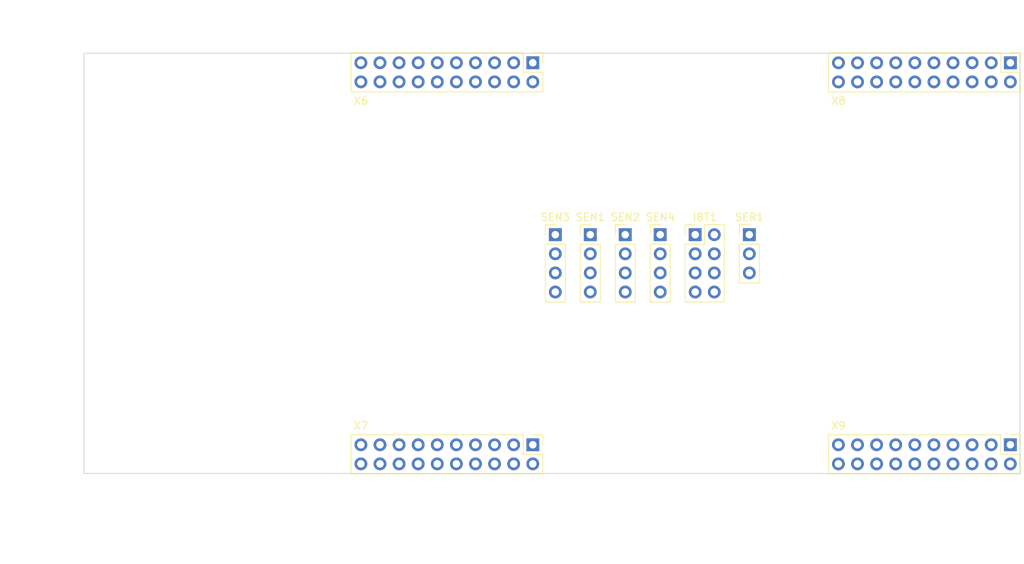
<source format=kicad_pcb>
(kicad_pcb (version 20211014) (generator pcbnew)
  (layers (0 "F.Cu" signal) (31 "B.Cu" signal) (34 "B.Paste" user) (35 "F.Paste" user) (36 "B.SilkS" user "B.Silkscreen") (37 "F.SilkS" user "F.Silkscreen") (38 "B.Mask" user) (39 "F.Mask" user) (44 "Edge.Cuts" user))
  (net 0 "")
  (net 1 "/3V3")
  (net 2 "/5V")
  (net 3 "/PD2")
  (net 4 "/GND")
  (net 5 "/PP0")
  (net 6 "/PB4")
  (net 7 "/PP1")
  (net 8 "/PB5")
  (net 9 "/See JP4")
  (net 10 "/PK0")
  (net 11 "/See JP5")
  (net 12 "/PK1")
  (net 13 "/PQ0")
  (net 14 "/PK2")
  (net 15 "/PP4")
  (net 16 "/PK3")
  (net 17 "/PN5")
  (net 18 "/PA4")
  (net 19 "/PN4")
  (net 20 "/PA5")
  (net 21 "/PG1")
  (net 22 "/PK4")
  (net 23 "/PM7")
  (net 24 "/PK5")
  (net 25 "/PM5")
  (net 26 "/PM0")
  (net 27 "/PA7")
  (net 28 "/PM1")
  (net 29 "/RESET")
  (net 30 "/PM2")
  (net 31 "/PQ2{slash}PA3")
  (net 32 "/PH0")
  (net 33 "/PQ3{slash}PA2")
  (net 34 "/PH1")
  (net 35 "/PP3")
  (net 36 "/PK6")
  (net 37 "/PQ1")
  (net 38 "/PK7")
  (net 39 "/PM6")
  (net 40 "/PE4")
  (net 41 "/PC4")
  (net 42 "/PE0")
  (net 43 "/PC5")
  (net 44 "/PE1")
  (net 45 "/PC6")
  (net 46 "/PE2")
  (net 47 "/PE5")
  (net 48 "/PE3")
  (net 49 "/PD3")
  (net 50 "/PD7")
  (net 51 "/PC7")
  (net 52 "/PA6")
  (net 53 "/PB2")
  (net 54 "/PM4")
  (net 55 "/PB3")
  (net 56 "/PF1")
  (net 57 "/PF2")
  (net 58 "/PM3")
  (net 59 "/PF3")
  (net 60 "/PH2")
  (net 61 "/PG0")
  (net 62 "/PH3")
  (net 63 "/PL4")
  (net 64 "/RST")
  (net 65 "/PL5")
  (net 66 "/PD1")
  (net 67 "/PL0")
  (net 68 "/PD0")
  (net 69 "/PL1")
  (net 70 "/PN2")
  (net 71 "/PL2")
  (net 72 "/PN3")
  (net 73 "/PL3")
  (net 74 "/PP2")
  (net 75 "/RPWM")
  (net 76 "/LPWM")
  (net 77 "/REN")
  (net 78 "/LEN")
  (net 79 "/RIS")
  (net 80 "/LIS")
  (net 81 "/VCC")
  (net 82 "/TRIG1")
  (net 83 "/ECHO1")
  (net 84 "/TRIG2")
  (net 85 "/ECHO2")
  (net 86 "/TRIG3")
  (net 87 "/ECHO3")
  (net 88 "/TRIG4")
  (net 89 "/ECHO4")
  (footprint "Connector_PinHeader_2.54mm:PinHeader_2x10_P2.54mm_Vertical" (layer "F.Cu") (at 199.39 52.07 -90)
    (fp_text reference "X8" (at 5.08 22.86 180) (layer "F.SilkS"))
    (fp_text value "X8" hide)
    (fp_line (start -1.33 1.27) (end 1.27 1.27) (layer "F.SilkS") (width 0.12))
    (fp_line (start -1.33 24.19) (end 3.87 24.19) (layer "F.SilkS") (width 0.12))
    (fp_line (start -1.33 -1.33) (end 0 -1.33) (layer "F.SilkS") (width 0.12))
    (fp_line (start -1.33 0) (end -1.33 -1.33) (layer "F.SilkS") (width 0.12))
    (fp_line (start 3.87 -1.33) (end 3.87 24.19) (layer "F.SilkS") (width 0.12))
    (fp_line (start 1.27 -1.33) (end 3.87 -1.33) (layer "F.SilkS") (width 0.12))
    (fp_line (start -1.33 1.27) (end -1.33 24.19) (layer "F.SilkS") (width 0.12))
    (fp_line (start 1.27 1.27) (end 1.27 -1.33) (layer "F.SilkS") (width 0.12))
    (pad "1" thru_hole rect (at 0 0 270) (size 1.7 1.7) (drill 1) (layers *.Cu *.Mask) (net 1 "/3V3"))
    (pad "2" thru_hole oval (at 2.54 0 270) (size 1.7 1.7) (drill 1) (layers *.Cu *.Mask) (net 2 "/5V"))
    (pad "3" thru_hole oval (at 0 2.54 270) (size 1.7 1.7) (drill 1) (layers *.Cu *.Mask) (net 40 "/PE4"))
    (pad "4" thru_hole oval (at 2.54 2.54 270) (size 1.7 1.7) (drill 1) (layers *.Cu *.Mask) (net 4 "/GND"))
    (pad "5" thru_hole oval (at 0 5.08 270) (size 1.7 1.7) (drill 1) (layers *.Cu *.Mask) (net 41 "/PC4"))
    (pad "6" thru_hole oval (at 2.54 5.08 270) (size 1.7 1.7) (drill 1) (layers *.Cu *.Mask) (net 42 "/PE0"))
    (pad "7" thru_hole oval (at 0 7.62 270) (size 1.7 1.7) (drill 1) (layers *.Cu *.Mask) (net 43 "/PC5"))
    (pad "8" thru_hole oval (at 2.54 7.62 270) (size 1.7 1.7) (drill 1) (layers *.Cu *.Mask) (net 44 "/PE1"))
    (pad "9" thru_hole oval (at 0 10.16 270) (size 1.7 1.7) (drill 1) (layers *.Cu *.Mask) (net 45 "/PC6"))
    (pad "10" thru_hole oval (at 2.54 10.16 270) (size 1.7 1.7) (drill 1) (layers *.Cu *.Mask) (net 46 "/PE2"))
    (pad "11" thru_hole oval (at 0 12.7 270) (size 1.7 1.7) (drill 1) (layers *.Cu *.Mask) (net 47 "/PE5"))
    (pad "12" thru_hole oval (at 2.54 12.7 270) (size 1.7 1.7) (drill 1) (layers *.Cu *.Mask) (net 48 "/PE3"))
    (pad "13" thru_hole oval (at 0 15.24 270) (size 1.7 1.7) (drill 1) (layers *.Cu *.Mask) (net 49 "/PD3"))
    (pad "14" thru_hole oval (at 2.54 15.24 270) (size 1.7 1.7) (drill 1) (layers *.Cu *.Mask) (net 50 "/PD7"))
    (pad "15" thru_hole oval (at 0 17.78 270) (size 1.7 1.7) (drill 1) (layers *.Cu *.Mask) (net 51 "/PC7"))
    (pad "16" thru_hole oval (at 2.54 17.78 270) (size 1.7 1.7) (drill 1) (layers *.Cu *.Mask) (net 52 "/PA6"))
    (pad "17" thru_hole oval (at 0 20.32 270) (size 1.7 1.7) (drill 1) (layers *.Cu *.Mask) (net 53 "/PB2"))
    (pad "18" thru_hole oval (at 2.54 20.32 270) (size 1.7 1.7) (drill 1) (layers *.Cu *.Mask) (net 54 "/PM4"))
    (pad "19" thru_hole oval (at 0 22.86 270) (size 1.7 1.7) (drill 1) (layers *.Cu *.Mask) (net 55 "/PB3"))
    (pad "20" thru_hole oval (at 2.54 22.86 270) (size 1.7 1.7) (drill 1) (layers *.Cu *.Mask) (net 25 "/PM5"))
  )
  (footprint "Connector_PinHeader_2.54mm:PinHeader_1x04_P2.54mm_Vertical" (layer "F.Cu") (at 138.88 74.93)
    (fp_text reference "SEN3" (at 0 -2.33) (layer "F.SilkS"))
    (fp_text value "Conn_01x04")
    (fp_line (start -1.33 1.27) (end 1.33 1.27) (layer "F.SilkS") (width 0.12))
    (fp_line (start 1.33 1.27) (end 1.33 8.95) (layer "F.SilkS") (width 0.12))
    (fp_line (start -1.33 8.95) (end 1.33 8.95) (layer "F.SilkS") (width 0.12))
    (fp_line (start -1.33 0) (end -1.33 -1.33) (layer "F.SilkS") (width 0.12))
    (fp_line (start -1.33 1.27) (end -1.33 8.95) (layer "F.SilkS") (width 0.12))
    (fp_line (start -1.33 -1.33) (end 0 -1.33) (layer "F.SilkS") (width 0.12))
    (pad "1" thru_hole rect (at 0 0) (size 1.7 1.7) (drill 1) (layers *.Cu *.Mask) (net 81 "/VCC"))
    (pad "2" thru_hole oval (at 0 2.54) (size 1.7 1.7) (drill 1) (layers *.Cu *.Mask) (net 86 "/TRIG3"))
    (pad "3" thru_hole oval (at 0 5.08) (size 1.7 1.7) (drill 1) (layers *.Cu *.Mask) (net 87 "/ECHO3"))
    (pad "4" thru_hole oval (at 0 7.62) (size 1.7 1.7) (drill 1) (layers *.Cu *.Mask) (net 4 "/GND"))
  )
  (footprint "Connector_PinHeader_2.54mm:PinHeader_2x04_P2.54mm_Vertical" (layer "F.Cu") (at 157.48 74.93)
    (fp_text reference "IBT1" (at 1.27 -2.33) (layer "F.SilkS"))
    (fp_text value "Conn_02x04_Odd_Even")
    (fp_line (start -1.33 -1.33) (end 0 -1.33) (layer "F.SilkS") (width 0.12))
    (fp_line (start -1.33 8.95) (end 3.87 8.95) (layer "F.SilkS") (width 0.12))
    (fp_line (start -1.33 0) (end -1.33 -1.33) (layer "F.SilkS") (width 0.12))
    (fp_line (start -1.33 1.27) (end -1.33 8.95) (layer "F.SilkS") (width 0.12))
    (fp_line (start 1.27 1.27) (end 1.27 -1.33) (layer "F.SilkS") (width 0.12))
    (fp_line (start 3.87 -1.33) (end 3.87 8.95) (layer "F.SilkS") (width 0.12))
    (fp_line (start -1.33 1.27) (end 1.27 1.27) (layer "F.SilkS") (width 0.12))
    (fp_line (start 1.27 -1.33) (end 3.87 -1.33) (layer "F.SilkS") (width 0.12))
    (pad "1" thru_hole rect (at 0 0) (size 1.7 1.7) (drill 1) (layers *.Cu *.Mask) (net 75 "/RPWM"))
    (pad "2" thru_hole oval (at 2.54 0) (size 1.7 1.7) (drill 1) (layers *.Cu *.Mask) (net 76 "/LPWM"))
    (pad "3" thru_hole oval (at 0 2.54) (size 1.7 1.7) (drill 1) (layers *.Cu *.Mask) (net 77 "/REN"))
    (pad "4" thru_hole oval (at 2.54 2.54) (size 1.7 1.7) (drill 1) (layers *.Cu *.Mask) (net 78 "/LEN"))
    (pad "5" thru_hole oval (at 0 5.08) (size 1.7 1.7) (drill 1) (layers *.Cu *.Mask) (net 79 "/RIS"))
    (pad "6" thru_hole oval (at 2.54 5.08) (size 1.7 1.7) (drill 1) (layers *.Cu *.Mask) (net 80 "/LIS"))
    (pad "7" thru_hole oval (at 0 7.62) (size 1.7 1.7) (drill 1) (layers *.Cu *.Mask) (net 81 "/VCC"))
    (pad "8" thru_hole oval (at 2.54 7.62) (size 1.7 1.7) (drill 1) (layers *.Cu *.Mask) (net 4 "/GND"))
  )
  (footprint "Connector_PinHeader_2.54mm:PinHeader_1x04_P2.54mm_Vertical" (layer "F.Cu") (at 152.83 74.93)
    (fp_text reference "SEN4" (at 0 -2.33) (layer "F.SilkS"))
    (fp_text value "Conn_01x04")
    (fp_line (start -1.33 -1.33) (end 0 -1.33) (layer "F.SilkS") (width 0.12))
    (fp_line (start 1.33 1.27) (end 1.33 8.95) (layer "F.SilkS") (width 0.12))
    (fp_line (start -1.33 1.27) (end -1.33 8.95) (layer "F.SilkS") (width 0.12))
    (fp_line (start -1.33 0) (end -1.33 -1.33) (layer "F.SilkS") (width 0.12))
    (fp_line (start -1.33 1.27) (end 1.33 1.27) (layer "F.SilkS") (width 0.12))
    (fp_line (start -1.33 8.95) (end 1.33 8.95) (layer "F.SilkS") (width 0.12))
    (pad "1" thru_hole rect (at 0 0) (size 1.7 1.7) (drill 1) (layers *.Cu *.Mask) (net 81 "/VCC"))
    (pad "2" thru_hole oval (at 0 2.54) (size 1.7 1.7) (drill 1) (layers *.Cu *.Mask) (net 88 "/TRIG4"))
    (pad "3" thru_hole oval (at 0 5.08) (size 1.7 1.7) (drill 1) (layers *.Cu *.Mask) (net 89 "/ECHO4"))
    (pad "4" thru_hole oval (at 0 7.62) (size 1.7 1.7) (drill 1) (layers *.Cu *.Mask) (net 4 "/GND"))
  )
  (footprint "Connector_PinHeader_2.54mm:PinHeader_1x03_P2.54mm_Vertical" (layer "F.Cu") (at 164.68 74.93)
    (fp_text reference "SER1" (at 0 -2.33) (layer "F.SilkS"))
    (fp_text value "Conn_01x03")
    (fp_line (start -1.33 1.27) (end -1.33 6.41) (layer "F.SilkS") (width 0.12))
    (fp_line (start 1.33 1.27) (end 1.33 6.41) (layer "F.SilkS") (width 0.12))
    (fp_line (start -1.33 0) (end -1.33 -1.33) (layer "F.SilkS") (width 0.12))
    (fp_line (start -1.33 6.41) (end 1.33 6.41) (layer "F.SilkS") (width 0.12))
    (fp_line (start -1.33 1.27) (end 1.33 1.27) (layer "F.SilkS") (width 0.12))
    (fp_line (start -1.33 -1.33) (end 0 -1.33) (layer "F.SilkS") (width 0.12))
    (pad "1" thru_hole rect (at 0 0) (size 1.7 1.7) (drill 1) (layers *.Cu *.Mask))
    (pad "2" thru_hole oval (at 0 2.54) (size 1.7 1.7) (drill 1) (layers *.Cu *.Mask))
    (pad "3" thru_hole oval (at 0 5.08) (size 1.7 1.7) (drill 1) (layers *.Cu *.Mask))
  )
  (footprint "Connector_PinHeader_2.54mm:PinHeader_2x10_P2.54mm_Vertical" (layer "F.Cu") (at 135.885 52.065 -90)
    (fp_text reference "X6" (at 5.085 22.855 180) (layer "F.SilkS"))
    (fp_text value "X6" hide)
    (fp_line (start -1.33 -1.33) (end 0 -1.33) (layer "F.SilkS") (width 0.12))
    (fp_line (start -1.33 1.27) (end 1.27 1.27) (layer "F.SilkS") (width 0.12))
    (fp_line (start -1.33 24.19) (end 3.87 24.19) (layer "F.SilkS") (width 0.12))
    (fp_line (start 1.27 1.27) (end 1.27 -1.33) (layer "F.SilkS") (width 0.12))
    (fp_line (start -1.33 0) (end -1.33 -1.33) (layer "F.SilkS") (width 0.12))
    (fp_line (start 1.27 -1.33) (end 3.87 -1.33) (layer "F.SilkS") (width 0.12))
    (fp_line (start 3.87 -1.33) (end 3.87 24.19) (layer "F.SilkS") (width 0.12))
    (fp_line (start -1.33 1.27) (end -1.33 24.19) (layer "F.SilkS") (width 0.12))
    (pad "1" thru_hole rect (at 0 0 270) (size 1.7 1.7) (drill 1) (layers *.Cu *.Mask) (net 1 "/3V3"))
    (pad "2" thru_hole oval (at 2.54 0 270) (size 1.7 1.7) (drill 1) (layers *.Cu *.Mask) (net 2 "/5V"))
    (pad "3" thru_hole oval (at 0 2.54 270) (size 1.7 1.7) (drill 1) (layers *.Cu *.Mask) (net 3 "/PD2"))
    (pad "4" thru_hole oval (at 2.54 2.54 270) (size 1.7 1.7) (drill 1) (layers *.Cu *.Mask) (net 4 "/GND"))
    (pad "5" thru_hole oval (at 0 5.08 270) (size 1.7 1.7) (drill 1) (layers *.Cu *.Mask) (net 5 "/PP0"))
    (pad "6" thru_hole oval (at 2.54 5.08 270) (size 1.7 1.7) (drill 1) (layers *.Cu *.Mask) (net 6 "/PB4"))
    (pad "7" thru_hole oval (at 0 7.62 270) (size 1.7 1.7) (drill 1) (layers *.Cu *.Mask) (net 7 "/PP1"))
    (pad "8" thru_hole oval (at 2.54 7.62 270) (size 1.7 1.7) (drill 1) (layers *.Cu *.Mask) (net 8 "/PB5"))
    (pad "9" thru_hole oval (at 0 10.16 270) (size 1.7 1.7) (drill 1) (layers *.Cu *.Mask) (net 9 "/See JP4"))
    (pad "10" thru_hole oval (at 2.54 10.16 270) (size 1.7 1.7) (drill 1) (layers *.Cu *.Mask) (net 10 "/PK0"))
    (pad "11" thru_hole oval (at 0 12.7 270) (size 1.7 1.7) (drill 1) (layers *.Cu *.Mask) (net 11 "/See JP5"))
    (pad "12" thru_hole oval (at 2.54 12.7 270) (size 1.7 1.7) (drill 1) (layers *.Cu *.Mask) (net 12 "/PK1"))
    (pad "13" thru_hole oval (at 0 15.24 270) (size 1.7 1.7) (drill 1) (layers *.Cu *.Mask) (net 13 "/PQ0"))
    (pad "14" thru_hole oval (at 2.54 15.24 270) (size 1.7 1.7) (drill 1) (layers *.Cu *.Mask) (net 14 "/PK2"))
    (pad "15" thru_hole oval (at 0 17.78 270) (size 1.7 1.7) (drill 1) (layers *.Cu *.Mask) (net 15 "/PP4"))
    (pad "16" thru_hole oval (at 2.54 17.78 270) (size 1.7 1.7) (drill 1) (layers *.Cu *.Mask) (net 16 "/PK3"))
    (pad "17" thru_hole oval (at 0 20.32 270) (size 1.7 1.7) (drill 1) (layers *.Cu *.Mask) (net 17 "/PN5"))
    (pad "18" thru_hole oval (at 2.54 20.32 270) (size 1.7 1.7) (drill 1) (layers *.Cu *.Mask) (net 18 "/PA4"))
    (pad "19" thru_hole oval (at 0 22.86 270) (size 1.7 1.7) (drill 1) (layers *.Cu *.Mask) (net 19 "/PN4"))
    (pad "20" thru_hole oval (at 2.54 22.86 270) (size 1.7 1.7) (drill 1) (layers *.Cu *.Mask) (net 20 "/PA5"))
  )
  (footprint "Connector_PinHeader_2.54mm:PinHeader_1x04_P2.54mm_Vertical" (layer "F.Cu") (at 143.53 74.93)
    (fp_text reference "SEN1" (at 0 -2.33) (layer "F.SilkS"))
    (fp_text value "Conn_01x04")
    (fp_line (start 1.33 1.27) (end 1.33 8.95) (layer "F.SilkS") (width 0.12))
    (fp_line (start -1.33 1.27) (end -1.33 8.95) (layer "F.SilkS") (width 0.12))
    (fp_line (start -1.33 1.27) (end 1.33 1.27) (layer "F.SilkS") (width 0.12))
    (fp_line (start -1.33 0) (end -1.33 -1.33) (layer "F.SilkS") (width 0.12))
    (fp_line (start -1.33 -1.33) (end 0 -1.33) (layer "F.SilkS") (width 0.12))
    (fp_line (start -1.33 8.95) (end 1.33 8.95) (layer "F.SilkS") (width 0.12))
    (pad "1" thru_hole rect (at 0 0) (size 1.7 1.7) (drill 1) (layers *.Cu *.Mask) (net 81 "/VCC"))
    (pad "2" thru_hole oval (at 0 2.54) (size 1.7 1.7) (drill 1) (layers *.Cu *.Mask) (net 82 "/TRIG1"))
    (pad "3" thru_hole oval (at 0 5.08) (size 1.7 1.7) (drill 1) (layers *.Cu *.Mask) (net 83 "/ECHO1"))
    (pad "4" thru_hole oval (at 0 7.62) (size 1.7 1.7) (drill 1) (layers *.Cu *.Mask) (net 4 "/GND"))
  )
  (footprint "Connector_PinHeader_2.54mm:PinHeader_2x10_P2.54mm_Vertical" (layer "F.Cu") (at 199.385 102.865 -90)
    (fp_text reference "X9" (at -2.535 22.855 180) (layer "F.SilkS"))
    (fp_text value "X9" hide)
    (fp_line (start -1.33 0) (end -1.33 -1.33) (layer "F.SilkS") (width 0.12))
    (fp_line (start -1.33 24.19) (end 3.87 24.19) (layer "F.SilkS") (width 0.12))
    (fp_line (start -1.33 1.27) (end -1.33 24.19) (layer "F.SilkS") (width 0.12))
    (fp_line (start 1.27 1.27) (end 1.27 -1.33) (layer "F.SilkS") (width 0.12))
    (fp_line (start 1.27 -1.33) (end 3.87 -1.33) (layer "F.SilkS") (width 0.12))
    (fp_line (start -1.33 1.27) (end 1.27 1.27) (layer "F.SilkS") (width 0.12))
    (fp_line (start 3.87 -1.33) (end 3.87 24.19) (layer "F.SilkS") (width 0.12))
    (fp_line (start -1.33 -1.33) (end 0 -1.33) (layer "F.SilkS") (width 0.12))
    (pad "1" thru_hole rect (at 0 0 270) (size 1.7 1.7) (drill 1) (layers *.Cu *.Mask) (net 56 "/PF1"))
    (pad "2" thru_hole oval (at 2.54 0 270) (size 1.7 1.7) (drill 1) (layers *.Cu *.Mask) (net 4 "/GND"))
    (pad "3" thru_hole oval (at 0 2.54 270) (size 1.7 1.7) (drill 1) (layers *.Cu *.Mask) (net 57 "/PF2"))
    (pad "4" thru_hole oval (at 2.54 2.54 270) (size 1.7 1.7) (drill 1) (layers *.Cu *.Mask) (net 58 "/PM3"))
    (pad "5" thru_hole oval (at 0 5.08 270) (size 1.7 1.7) (drill 1) (layers *.Cu *.Mask) (net 59 "/PF3"))
    (pad "6" thru_hole oval (at 2.54 5.08 270) (size 1.7 1.7) (drill 1) (layers *.Cu *.Mask) (net 60 "/PH2"))
    (pad "7" thru_hole oval (at 0 7.62 270) (size 1.7 1.7) (drill 1) (layers *.Cu *.Mask) (net 61 "/PG0"))
    (pad "8" thru_hole oval (at 2.54 7.62 270) (size 1.7 1.7) (drill 1) (layers *.Cu *.Mask) (net 62 "/PH3"))
    (pad "9" thru_hole oval (at 0 10.16 270) (size 1.7 1.7) (drill 1) (layers *.Cu *.Mask) (net 63 "/PL4"))
    (pad "10" thru_hole oval (at 2.54 10.16 270) (size 1.7 1.7) (drill 1) (layers *.Cu *.Mask) (net 64 "/RST"))
    (pad "11" thru_hole oval (at 0 12.7 270) (size 1.7 1.7) (drill 1) (layers *.Cu *.Mask) (net 65 "/PL5"))
    (pad "12" thru_hole oval (at 2.54 12.7 270) (size 1.7 1.7) (drill 1) (layers *.Cu *.Mask) (net 66 "/PD1"))
    (pad "13" thru_hole oval (at 0 15.24 270) (size 1.7 1.7) (drill 1) (layers *.Cu *.Mask) (net 67 "/PL0"))
    (pad "14" thru_hole oval (at 2.54 15.24 270) (size 1.7 1.7) (drill 1) (layers *.Cu *.Mask) (net 68 "/PD0"))
    (pad "15" thru_hole oval (at 0 17.78 270) (size 1.7 1.7) (drill 1) (layers *.Cu *.Mask) (net 69 "/PL1"))
    (pad "16" thru_hole oval (at 2.54 17.78 270) (size 1.7 1.7) (drill 1) (layers *.Cu *.Mask) (net 70 "/PN2"))
    (pad "17" thru_hole oval (at 0 20.32 270) (size 1.7 1.7) (drill 1) (layers *.Cu *.Mask) (net 71 "/PL2"))
    (pad "18" thru_hole oval (at 2.54 20.32 270) (size 1.7 1.7) (drill 1) (layers *.Cu *.Mask) (net 72 "/PN3"))
    (pad "19" thru_hole oval (at 0 22.86 270) (size 1.7 1.7) (drill 1) (layers *.Cu *.Mask) (net 73 "/PL3"))
    (pad "20" thru_hole oval (at 2.54 22.86 270) (size 1.7 1.7) (drill 1) (layers *.Cu *.Mask) (net 74 "/PP2"))
  )
  (footprint "Connector_PinHeader_2.54mm:PinHeader_2x10_P2.54mm_Vertical" (layer "F.Cu") (at 135.885 102.865 -90)
    (fp_text reference "X7" (at -2.535 22.855 180) (layer "F.SilkS"))
    (fp_text value "X7" hide)
    (fp_line (start -1.33 24.19) (end 3.87 24.19) (layer "F.SilkS") (width 0.12))
    (fp_line (start -1.33 -1.33) (end 0 -1.33) (layer "F.SilkS") (width 0.12))
    (fp_line (start 3.87 -1.33) (end 3.87 24.19) (layer "F.SilkS") (width 0.12))
    (fp_line (start -1.33 1.27) (end -1.33 24.19) (layer "F.SilkS") (width 0.12))
    (fp_line (start 1.27 1.27) (end 1.27 -1.33) (layer "F.SilkS") (width 0.12))
    (fp_line (start 1.27 -1.33) (end 3.87 -1.33) (layer "F.SilkS") (width 0.12))
    (fp_line (start -1.33 0) (end -1.33 -1.33) (layer "F.SilkS") (width 0.12))
    (fp_line (start -1.33 1.27) (end 1.27 1.27) (layer "F.SilkS") (width 0.12))
    (pad "1" thru_hole rect (at 0 0 270) (size 1.7 1.7) (drill 1) (layers *.Cu *.Mask) (net 21 "/PG1"))
    (pad "2" thru_hole oval (at 2.54 0 270) (size 1.7 1.7) (drill 1) (layers *.Cu *.Mask) (net 4 "/GND"))
    (pad "3" thru_hole oval (at 0 2.54 270) (size 1.7 1.7) (drill 1) (layers *.Cu *.Mask) (net 22 "/PK4"))
    (pad "4" thru_hole oval (at 2.54 2.54 270) (size 1.7 1.7) (drill 1) (layers *.Cu *.Mask) (net 23 "/PM7"))
    (pad "5" thru_hole oval (at 0 5.08 270) (size 1.7 1.7) (drill 1) (layers *.Cu *.Mask) (net 24 "/PK5"))
    (pad "6" thru_hole oval (at 2.54 5.08 270) (size 1.7 1.7) (drill 1) (layers *.Cu *.Mask) (net 25 "/PM5"))
    (pad "7" thru_hole oval (at 0 7.62 270) (size 1.7 1.7) (drill 1) (layers *.Cu *.Mask) (net 26 "/PM0"))
    (pad "8" thru_hole oval (at 2.54 7.62 270) (size 1.7 1.7) (drill 1) (layers *.Cu *.Mask) (net 27 "/PA7"))
    (pad "9" thru_hole oval (at 0 10.16 270) (size 1.7 1.7) (drill 1) (layers *.Cu *.Mask) (net 28 "/PM1"))
    (pad "10" thru_hole oval (at 2.54 10.16 270) (size 1.7 1.7) (drill 1) (layers *.Cu *.Mask) (net 29 "/RESET"))
    (pad "11" thru_hole oval (at 0 12.7 270) (size 1.7 1.7) (drill 1) (layers *.Cu *.Mask) (net 30 "/PM2"))
    (pad "12" thru_hole oval (at 2.54 12.7 270) (size 1.7 1.7) (drill 1) (layers *.Cu *.Mask) (net 31 "/PQ2{slash}PA3"))
    (pad "13" thru_hole oval (at 0 15.24 270) (size 1.7 1.7) (drill 1) (layers *.Cu *.Mask) (net 32 "/PH0"))
    (pad "14" thru_hole oval (at 2.54 15.24 270) (size 1.7 1.7) (drill 1) (layers *.Cu *.Mask) (net 33 "/PQ3{slash}PA2"))
    (pad "15" thru_hole oval (at 0 17.78 270) (size 1.7 1.7) (drill 1) (layers *.Cu *.Mask) (net 34 "/PH1"))
    (pad "16" thru_hole oval (at 2.54 17.78 270) (size 1.7 1.7) (drill 1) (layers *.Cu *.Mask) (net 35 "/PP3"))
    (pad "17" thru_hole oval (at 0 20.32 270) (size 1.7 1.7) (drill 1) (layers *.Cu *.Mask) (net 36 "/PK6"))
    (pad "18" thru_hole oval (at 2.54 20.32 270) (size 1.7 1.7) (drill 1) (layers *.Cu *.Mask) (net 37 "/PQ1"))
    (pad "19" thru_hole oval (at 0 22.86 270) (size 1.7 1.7) (drill 1) (layers *.Cu *.Mask) (net 38 "/PK7"))
    (pad "20" thru_hole oval (at 2.54 22.86 270) (size 1.7 1.7) (drill 1) (layers *.Cu *.Mask) (net 39 "/PM6"))
  )
  (footprint "Connector_PinHeader_2.54mm:PinHeader_1x04_P2.54mm_Vertical" (layer "F.Cu") (at 148.18 74.93)
    (fp_text reference "SEN2" (at 0 -2.33) (layer "F.SilkS"))
    (fp_text value "Conn_01x04")
    (fp_line (start -1.33 0) (end -1.33 -1.33) (layer "F.SilkS") (width 0.12))
    (fp_line (start -1.33 8.95) (end 1.33 8.95) (layer "F.SilkS") (width 0.12))
    (fp_line (start -1.33 -1.33) (end 0 -1.33) (layer "F.SilkS") (width 0.12))
    (fp_line (start 1.33 1.27) (end 1.33 8.95) (layer "F.SilkS") (width 0.12))
    (fp_line (start -1.33 1.27) (end 1.33 1.27) (layer "F.SilkS") (width 0.12))
    (fp_line (start -1.33 1.27) (end -1.33 8.95) (layer "F.SilkS") (width 0.12))
    (pad "1" thru_hole rect (at 0 0) (size 1.7 1.7) (drill 1) (layers *.Cu *.Mask) (net 81 "/VCC"))
    (pad "2" thru_hole oval (at 0 2.54) (size 1.7 1.7) (drill 1) (layers *.Cu *.Mask) (net 84 "/TRIG2"))
    (pad "3" thru_hole oval (at 0 5.08) (size 1.7 1.7) (drill 1) (layers *.Cu *.Mask) (net 85 "/ECHO2"))
    (pad "4" thru_hole oval (at 0 7.62) (size 1.7 1.7) (drill 1) (layers *.Cu *.Mask) (net 4 "/GND"))
  )
  (gr_rect (start 76.2 50.8) (end 200.66 106.68) (layer "Edge.Cuts") (width 0.1) (fill none))
)
</source>
